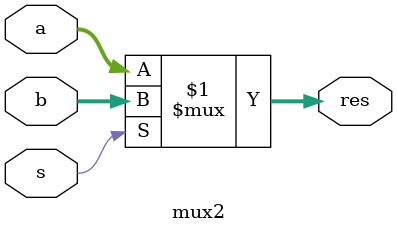
<source format=sv>
`ifndef mux2
`define mux2
`timescale 1ns/100ps

module mux2
    #(parameter n = 16) (
    input logic [(n-1):0] a, b,
    input logic s,
    output logic [(n-1):0] res
    );

    assign res = s ? b : a;

endmodule

`endif // MUX2
</source>
